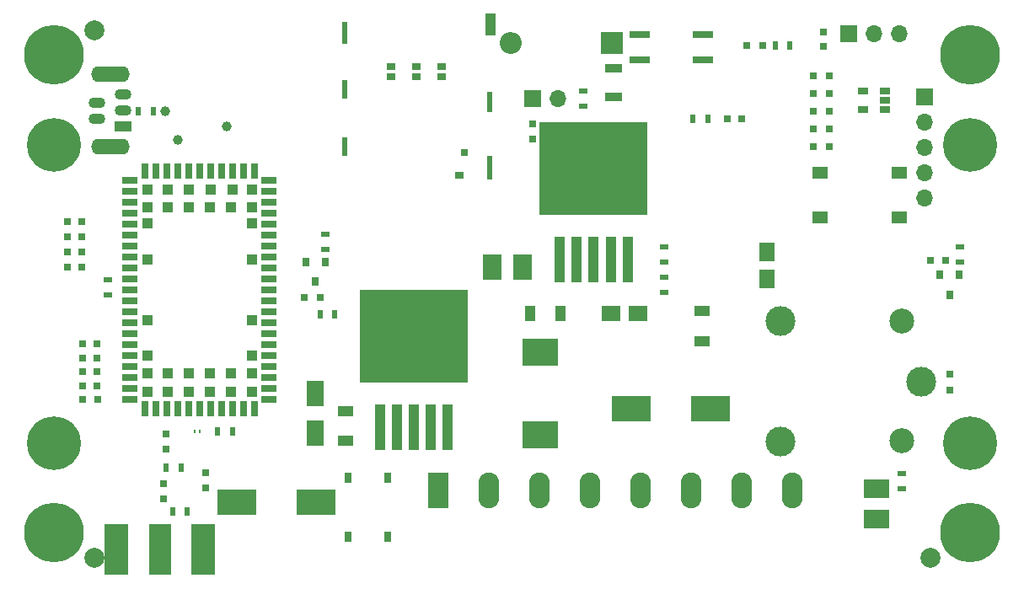
<source format=gbr>
G04 #@! TF.FileFunction,Soldermask,Top*
%FSLAX46Y46*%
G04 Gerber Fmt 4.6, Leading zero omitted, Abs format (unit mm)*
G04 Created by KiCad (PCBNEW 4.0.7) date Wednesday, May 02, 2018 'PMt' 05:51:31 PM*
%MOMM*%
%LPD*%
G01*
G04 APERTURE LIST*
%ADD10C,0.100000*%
%ADD11R,0.500000X0.900000*%
%ADD12C,6.000000*%
%ADD13C,5.400000*%
%ADD14R,0.750000X0.800000*%
%ADD15R,1.000000X1.600000*%
%ADD16C,2.500000*%
%ADD17C,3.000000*%
%ADD18R,1.600000X1.000000*%
%ADD19R,2.080000X3.600000*%
%ADD20O,2.080000X3.600000*%
%ADD21R,2.290000X5.080000*%
%ADD22R,2.420000X5.080000*%
%ADD23R,0.800000X0.750000*%
%ADD24R,0.800000X0.800000*%
%ADD25R,0.700000X1.000000*%
%ADD26R,1.800000X2.500000*%
%ADD27R,0.800000X0.900000*%
%ADD28R,0.900000X0.500000*%
%ADD29R,1.550000X1.300000*%
%ADD30R,1.060000X0.650000*%
%ADD31R,1.100000X4.600000*%
%ADD32R,10.800000X9.400000*%
%ADD33R,4.000000X2.500000*%
%ADD34R,1.950000X1.500000*%
%ADD35R,1.500000X1.950000*%
%ADD36R,1.700000X1.700000*%
%ADD37O,1.700000X1.700000*%
%ADD38C,1.000000*%
%ADD39R,1.950000X2.500000*%
%ADD40R,2.200000X2.200000*%
%ADD41O,2.200000X2.200000*%
%ADD42R,2.000000X0.640000*%
%ADD43R,1.700000X0.900000*%
%ADD44R,1.700000X1.100000*%
%ADD45O,1.700000X1.100000*%
%ADD46O,3.900000X1.600000*%
%ADD47R,0.900000X0.700000*%
%ADD48R,0.800000X0.700000*%
%ADD49R,0.600000X1.900000*%
%ADD50R,0.600000X2.400000*%
%ADD51R,0.600000X2.000000*%
%ADD52R,1.050000X2.200000*%
%ADD53R,0.600000X2.200000*%
%ADD54R,1.500000X0.800000*%
%ADD55R,0.800000X1.500000*%
%ADD56R,1.100000X1.100000*%
%ADD57R,2.500000X1.950000*%
%ADD58R,0.250000X0.300000*%
%ADD59R,3.600000X2.700000*%
%ADD60C,2.000000*%
G04 APERTURE END LIST*
D10*
D11*
X107260000Y-88487000D03*
X108760000Y-88487000D03*
D12*
X190790000Y-130850000D03*
X190790000Y-82850000D03*
X98790000Y-82850000D03*
D13*
X190790000Y-91850000D03*
D14*
X110045500Y-120916000D03*
X110045500Y-122416000D03*
D15*
X149606000Y-108839000D03*
X146606000Y-108839000D03*
D16*
X183954000Y-109616000D03*
D17*
X171754000Y-109616000D03*
X171704000Y-121666000D03*
D16*
X183954000Y-121616000D03*
D17*
X185904000Y-115666000D03*
D18*
X163830000Y-111609000D03*
X163830000Y-108609000D03*
D19*
X137390000Y-126619000D03*
D20*
X142470000Y-126619000D03*
X147550000Y-126619000D03*
X152630000Y-126619000D03*
X157710000Y-126619000D03*
X162790000Y-126619000D03*
X167870000Y-126619000D03*
X172950000Y-126619000D03*
D21*
X109395000Y-132556000D03*
D22*
X105015000Y-132556000D03*
X113775000Y-132556000D03*
D23*
X166370000Y-89281000D03*
X167870000Y-89281000D03*
D14*
X176070000Y-80510000D03*
X176070000Y-82010000D03*
X146812000Y-91301000D03*
X146812000Y-89801000D03*
X109776000Y-125964000D03*
X109776000Y-127464000D03*
X113982500Y-124853000D03*
X113982500Y-126353000D03*
D23*
X101612000Y-113284000D03*
X103112000Y-113284000D03*
X101612000Y-114681000D03*
X103112000Y-114681000D03*
X101612000Y-116078000D03*
X103112000Y-116078000D03*
X101624000Y-117475000D03*
X103124000Y-117475000D03*
X101612000Y-111887000D03*
X103112000Y-111887000D03*
X100088000Y-104140000D03*
X101588000Y-104140000D03*
X100088000Y-102616000D03*
X101588000Y-102616000D03*
X100088000Y-101092000D03*
X101588000Y-101092000D03*
X100088000Y-99568000D03*
X101588000Y-99568000D03*
D24*
X176657000Y-84963000D03*
X175057000Y-84963000D03*
X176657000Y-86741000D03*
X175057000Y-86741000D03*
X176657000Y-88519000D03*
X175057000Y-88519000D03*
X176657000Y-90297000D03*
X175057000Y-90297000D03*
X176657000Y-92075000D03*
X175057000Y-92075000D03*
X125514000Y-107188000D03*
X123914000Y-107188000D03*
D25*
X132302000Y-125295000D03*
X128302000Y-125295000D03*
X128302000Y-131245000D03*
X132302000Y-131245000D03*
D26*
X124968000Y-116872000D03*
X124968000Y-120872000D03*
D24*
X188722000Y-116497000D03*
X188722000Y-114897000D03*
D11*
X112165000Y-128746000D03*
X110665000Y-128746000D03*
X110057500Y-124333000D03*
X111557500Y-124333000D03*
D27*
X125984000Y-103632000D03*
X124084000Y-103632000D03*
X125034000Y-105632000D03*
X189672000Y-104934000D03*
X187772000Y-104934000D03*
X188722000Y-106934000D03*
D11*
X162953000Y-89281000D03*
X164453000Y-89281000D03*
D28*
X151892000Y-87999000D03*
X151892000Y-86499000D03*
D11*
X171208000Y-81915000D03*
X172708000Y-81915000D03*
X115201000Y-120713500D03*
X116701000Y-120713500D03*
D28*
X104140000Y-105422000D03*
X104140000Y-106922000D03*
D11*
X125488000Y-108902500D03*
X126988000Y-108902500D03*
D28*
X125984000Y-100850000D03*
X125984000Y-102350000D03*
X183944000Y-124948000D03*
X183944000Y-126448000D03*
X189738000Y-103620000D03*
X189738000Y-102120000D03*
X160020000Y-105168000D03*
X160020000Y-106668000D03*
X160020000Y-102120000D03*
X160020000Y-103620000D03*
D29*
X183690000Y-94710000D03*
X183690000Y-99210000D03*
X175730000Y-99210000D03*
X175730000Y-94710000D03*
D30*
X182250000Y-88360000D03*
X182250000Y-87410000D03*
X182250000Y-86460000D03*
X180050000Y-86460000D03*
X180050000Y-88360000D03*
D31*
X131493000Y-120263000D03*
X133193000Y-120263000D03*
X134893000Y-120263000D03*
X136593000Y-120263000D03*
X138293000Y-120263000D03*
D32*
X134893000Y-111113000D03*
D31*
X149586000Y-103378000D03*
X151286000Y-103378000D03*
X152986000Y-103378000D03*
X154686000Y-103378000D03*
X156386000Y-103378000D03*
D32*
X152986000Y-94228000D03*
D33*
X125094000Y-127762000D03*
X117094000Y-127762000D03*
X156718000Y-118364000D03*
X164718000Y-118364000D03*
D23*
X186829000Y-103505000D03*
X188329000Y-103505000D03*
D34*
X154708000Y-108839000D03*
X157458000Y-108839000D03*
D35*
X170370500Y-102638000D03*
X170370500Y-105388000D03*
D36*
X146812000Y-87249000D03*
D37*
X149352000Y-87249000D03*
D36*
X178610000Y-80740000D03*
D37*
X181150000Y-80740000D03*
X183690000Y-80740000D03*
D36*
X186230000Y-87090000D03*
D37*
X186230000Y-89630000D03*
X186230000Y-92170000D03*
X186230000Y-94710000D03*
X186230000Y-97250000D03*
D38*
X111188500Y-91376500D03*
X109903000Y-88487000D03*
X116141500Y-90011000D03*
D39*
X145797000Y-104140000D03*
X142747000Y-104140000D03*
D24*
X169964000Y-81915000D03*
X168364000Y-81915000D03*
D40*
X154813000Y-81661000D03*
D41*
X144653000Y-81661000D03*
D42*
X157632000Y-80772000D03*
X157632000Y-83312000D03*
X163932000Y-83312000D03*
X163932000Y-80772000D03*
D43*
X154940000Y-87048000D03*
X154940000Y-84148000D03*
D44*
X105712000Y-90036000D03*
D45*
X103112000Y-89236000D03*
X105712000Y-88436000D03*
X103112000Y-87636000D03*
X105712000Y-86836000D03*
D46*
X104412000Y-92086000D03*
X104412000Y-84786000D03*
D47*
X139494000Y-94964000D03*
D48*
X140002000Y-92614500D03*
D47*
X137716000Y-84042000D03*
X135176000Y-84042000D03*
X132636000Y-84042000D03*
X137716000Y-85058000D03*
X135176000Y-85058000D03*
X132636000Y-85058000D03*
D49*
X127937000Y-92043000D03*
X127937000Y-86328000D03*
D50*
X142542000Y-94202000D03*
D51*
X142542000Y-87598000D03*
D52*
X142612500Y-79788500D03*
D53*
X127937000Y-80613000D03*
D54*
X120318000Y-117424000D03*
X120318000Y-116324000D03*
X120318000Y-115224000D03*
X120318000Y-114124000D03*
X120318000Y-113024000D03*
X120318000Y-111924000D03*
X120318000Y-110824000D03*
X120318000Y-109724000D03*
X120318000Y-108624000D03*
X120318000Y-107524000D03*
X120318000Y-106424000D03*
X120318000Y-105324000D03*
X120318000Y-104224000D03*
X120318000Y-103124000D03*
X120318000Y-102024000D03*
X120318000Y-100924000D03*
X120318000Y-99824000D03*
X120318000Y-98724000D03*
X120318000Y-97624000D03*
X120318000Y-96524000D03*
X120318000Y-95424000D03*
D55*
X118868000Y-94474000D03*
X117768000Y-94474000D03*
X116668000Y-94474000D03*
X115568000Y-94474000D03*
X114468000Y-94474000D03*
X113368000Y-94474000D03*
X112268000Y-94474000D03*
X111168000Y-94474000D03*
X110068000Y-94474000D03*
X108968000Y-94474000D03*
X107868000Y-94474000D03*
D54*
X106418000Y-95424000D03*
X106418000Y-96524000D03*
X106418000Y-97624000D03*
X106418000Y-98724000D03*
X106418000Y-99824000D03*
X106418000Y-100924000D03*
X106418000Y-102024000D03*
X106418000Y-103124000D03*
X106418000Y-104224000D03*
X106418000Y-105324000D03*
X106418000Y-106424000D03*
X106418000Y-107524000D03*
X106418000Y-108624000D03*
X106418000Y-109724000D03*
X106418000Y-110824000D03*
X106418000Y-111924000D03*
X106418000Y-113024000D03*
X106418000Y-114124000D03*
X106418000Y-115224000D03*
X106418000Y-116324000D03*
X106418000Y-117424000D03*
D55*
X107868000Y-118374000D03*
X108968000Y-118374000D03*
X110068000Y-118374000D03*
X111168000Y-118374000D03*
X112268000Y-118374000D03*
X113368000Y-118374000D03*
X114468000Y-118374000D03*
X115568000Y-118374000D03*
X116668000Y-118374000D03*
X117768000Y-118374000D03*
X118868000Y-118374000D03*
D56*
X118618000Y-116674000D03*
X116518000Y-116674000D03*
X114418000Y-116674000D03*
X112318000Y-116674000D03*
X110218000Y-116674000D03*
X108118000Y-116674000D03*
X118618000Y-114874000D03*
X116518000Y-114874000D03*
X114418000Y-114874000D03*
X112318000Y-114874000D03*
X110218000Y-114874000D03*
X108118000Y-114874000D03*
X118618000Y-113074000D03*
X108118000Y-113074000D03*
X118618000Y-109474000D03*
X108118000Y-109474000D03*
X118618000Y-103374000D03*
X108118000Y-103374000D03*
X118618000Y-99774000D03*
X108118000Y-99774000D03*
X118618000Y-98174000D03*
X116518000Y-98174000D03*
X114418000Y-98174000D03*
X112318000Y-98174000D03*
X110218000Y-98174000D03*
X108118000Y-98174000D03*
X118618000Y-96374000D03*
X116668000Y-96374000D03*
X114518000Y-96374000D03*
X112318000Y-96374000D03*
X110218000Y-96374000D03*
X108118000Y-96374000D03*
D18*
X128016000Y-118642000D03*
X128016000Y-121642000D03*
D57*
X181404000Y-126459000D03*
X181404000Y-129509000D03*
D13*
X98790000Y-121850000D03*
X190790000Y-121850000D03*
X190790000Y-91850000D03*
X98790000Y-91850000D03*
D58*
X113432000Y-120713500D03*
X112882000Y-120713500D03*
D59*
X147574000Y-112690000D03*
X147574000Y-120990000D03*
D12*
X98790000Y-130850000D03*
D60*
X102790000Y-133350000D03*
X102790000Y-80350000D03*
X186790000Y-133350000D03*
M02*

</source>
